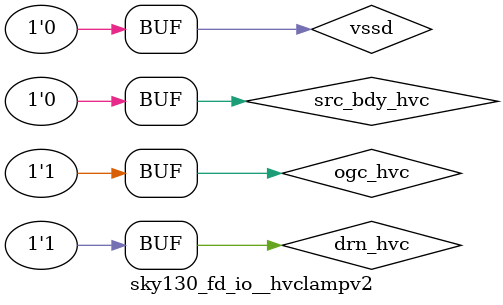
<source format=v>
/**
 * Copyright 2020 The SkyWater PDK Authors
 *
 * Licensed under the Apache License, Version 2.0 (the "License");
 * you may not use this file except in compliance with the License.
 * You may obtain a copy of the License at
 *
 *     https://www.apache.org/licenses/LICENSE-2.0
 *
 * Unless required by applicable law or agreed to in writing, software
 * distributed under the License is distributed on an "AS IS" BASIS,
 * WITHOUT WARRANTIES OR CONDITIONS OF ANY KIND, either express or implied.
 * See the License for the specific language governing permissions and
 * limitations under the License.
 *
 * SPDX-License-Identifier: Apache-2.0
 */

`ifndef SKY130_FD_IO__TOP_HVCLAMPV2_V
`define SKY130_FD_IO__TOP_HVCLAMPV2_V

/**
 * top_hvclampv2: HV Clamp without pad (version 2).
 *
 * Verilog top module.
 */

`timescale 1ns / 1ps
`default_nettype none

module sky130_fd_io__hvclampv2 ( 
`ifdef USE_POWER_PINS
  drn_hvc, ogc_hvc, src_bdy_hvc, vssd
`endif
 );

`ifdef USE_POWER_PINS
  inout ogc_hvc;
  inout drn_hvc;
  inout src_bdy_hvc;
  inout vssd;
`else
  supply1 ogc_hvc;
  supply1 drn_hvc;
  supply0 src_bdy_hvc;
  supply0 vssd;
`endif

endmodule

`default_nettype wire
`endif  // SKY130_FD_IO__TOP_HVCLAMPV2_V

</source>
